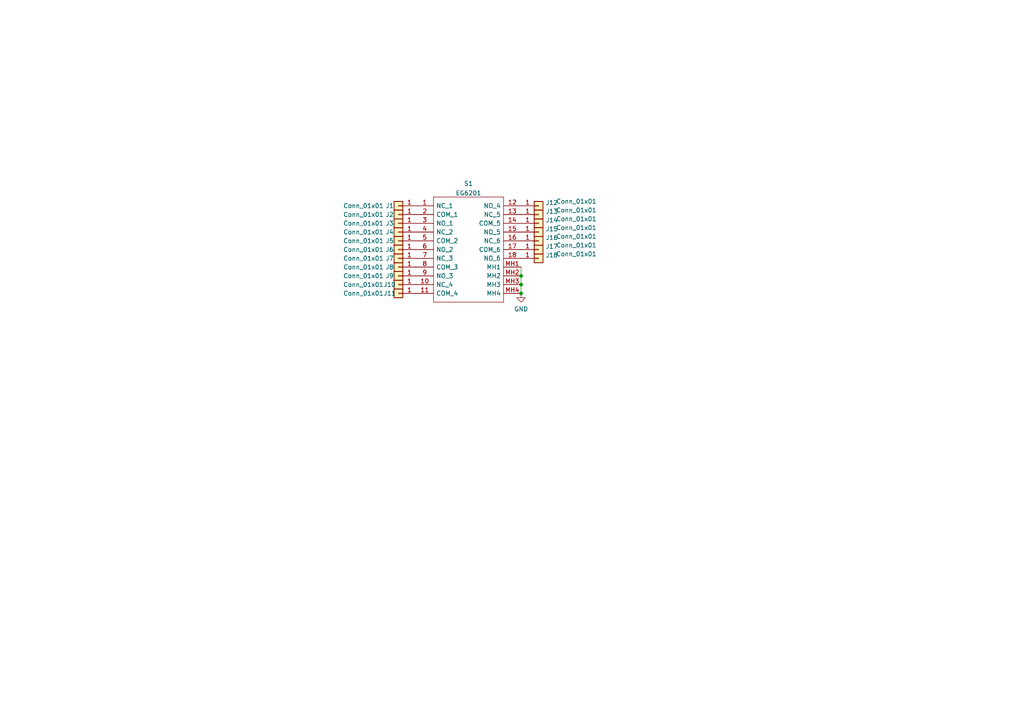
<source format=kicad_sch>
(kicad_sch (version 20211123) (generator eeschema)
  (paper "A4")
  (lib_symbols
    (symbol "Connector_Generic:Conn_01x01" (pin_names (offset 1.016) hide)
      (property "Reference" "J" (at 0 2.54 0))
      (property "Value" "Conn_01x01" (at 0 -2.54 0))
      (symbol "Conn_01x01_1_1"
        (rectangle (start -1.27 0.127) (end 0 -0.127) (stroke (width 0.1524)))
        (rectangle (start -1.27 1.27) (end 1.27 -1.27) (stroke (width 0.254)) (fill (type background)))
        (pin passive line (at -5.08 0 0) (length 3.81) (name "Pin_1") (number "1"))
      )
    )
    (symbol "mouser:EG6201" (pin_names (offset 0.762))
      (property "Reference" "S" (at 26.67 7.62 0))
      (property "Value" "EG6201" (at 26.67 5.08 0))
      (symbol "EG6201_0_0"
        (pin passive line (at 0 0 0) (length 5.08) (name "NC_1") (number "1"))
        (pin passive line (at 0 -22.86 0) (length 5.08) (name "NC_4") (number "10"))
        (pin passive line (at 0 -25.4 0) (length 5.08) (name "COM_4") (number "11"))
        (pin passive line (at 30.48 0 180) (length 5.08) (name "NO_4") (number "12"))
        (pin passive line (at 30.48 -2.54 180) (length 5.08) (name "NC_5") (number "13"))
        (pin passive line (at 30.48 -5.08 180) (length 5.08) (name "COM_5") (number "14"))
        (pin passive line (at 30.48 -7.62 180) (length 5.08) (name "NO_5") (number "15"))
        (pin passive line (at 30.48 -10.16 180) (length 5.08) (name "NC_6") (number "16"))
        (pin passive line (at 30.48 -12.7 180) (length 5.08) (name "COM_6") (number "17"))
        (pin passive line (at 30.48 -15.24 180) (length 5.08) (name "NO_6") (number "18"))
        (pin passive line (at 0 -2.54 0) (length 5.08) (name "COM_1") (number "2"))
        (pin passive line (at 0 -5.08 0) (length 5.08) (name "NO_1") (number "3"))
        (pin passive line (at 0 -7.62 0) (length 5.08) (name "NC_2") (number "4"))
        (pin passive line (at 0 -10.16 0) (length 5.08) (name "COM_2") (number "5"))
        (pin passive line (at 0 -12.7 0) (length 5.08) (name "NO_2") (number "6"))
        (pin passive line (at 0 -15.24 0) (length 5.08) (name "NC_3") (number "7"))
        (pin passive line (at 0 -17.78 0) (length 5.08) (name "COM_3") (number "8"))
        (pin passive line (at 0 -20.32 0) (length 5.08) (name "NO_3") (number "9"))
        (pin passive line (at 30.48 -17.78 180) (length 5.08) (name "MH1") (number "MH1"))
        (pin passive line (at 30.48 -20.32 180) (length 5.08) (name "MH2") (number "MH2"))
        (pin passive line (at 30.48 -22.86 180) (length 5.08) (name "MH3") (number "MH3"))
        (pin passive line (at 30.48 -25.4 180) (length 5.08) (name "MH4") (number "MH4"))
      )
      (symbol "EG6201_0_1"
        (polyline (pts (xy 5.08 2.54) (xy 25.4 2.54) (xy 25.4 -27.94) (xy 5.08 -27.94) (xy 5.08 2.54)) (stroke (width 0.1524)))
      )
    )
    (symbol "power:GND" (power) (pin_names (offset 0))
      (property "Value" "GND" (at 0 -3.81 0))
      (symbol "GND_0_1"
        (polyline (pts (xy 0 0) (xy 0 -1.27) (xy 1.27 -1.27) (xy 0 -2.54) (xy -1.27 -1.27) (xy 0 -1.27)))
      )
      (symbol "GND_1_1"
        (pin power_in line (at 0 0 270) (length 0) hide (name "GND") (number "1"))
      )
    )
  )
  (junction (at 151.13 80.01))
  (junction (at 151.13 82.55))
  (junction (at 151.13 85.09))
  (wire (pts (xy 151.13 82.55) (xy 151.13 85.09)))
  (wire (pts (xy 151.13 80.01) (xy 151.13 82.55)))
  (wire (pts (xy 151.13 77.47) (xy 151.13 80.01)))
  (symbol (lib_id "Connector_Generic:Conn_01x01") (at 156.21 67.31 0) (unit 1)
    (property "Reference" "J15" (at 158.242 66.4015 0) (effects (justify left)))
    (property "Value" "Conn_01x01" (at 161.29 66.04 0) (effects (justify left)))
    (property "Footprint" "Connector_PinHeader_2.54mm:PinHeader_1x01_P2.54mm_Vertical" (effects hide))
  )
  (symbol (lib_id "Connector_Generic:Conn_01x01") (at 156.21 72.39 0) (unit 1)
    (property "Reference" "J17" (at 158.242 71.4815 0) (effects (justify left)))
    (property "Value" "Conn_01x01" (at 161.29 71.12 0) (effects (justify left)))
    (property "Footprint" "Connector_PinHeader_2.54mm:PinHeader_1x01_P2.54mm_Vertical" (effects hide))
  )
  (symbol (lib_id "Connector_Generic:Conn_01x01") (at 115.57 64.77 180) (unit 1)
    (property "Reference" "J3" (at 113.03 64.77 0))
    (property "Value" "Conn_01x01" (at 105.41 64.77 0))
    (property "Footprint" "Connector_PinHeader_2.54mm:PinHeader_1x01_P2.54mm_Vertical" (effects hide))
  )
  (symbol (lib_id "Connector_Generic:Conn_01x01") (at 115.57 59.69 180) (unit 1)
    (property "Reference" "J1" (at 113.03 59.69 0))
    (property "Value" "Conn_01x01" (at 105.41 59.69 0))
    (property "Footprint" "Connector_PinHeader_2.54mm:PinHeader_1x01_P2.54mm_Vertical" (effects hide))
  )
  (symbol (lib_id "Connector_Generic:Conn_01x01") (at 115.57 77.47 180) (unit 1)
    (property "Reference" "J8" (at 113.03 77.47 0))
    (property "Value" "Conn_01x01" (at 105.41 77.47 0))
    (property "Footprint" "Connector_PinHeader_2.54mm:PinHeader_1x01_P2.54mm_Vertical" (effects hide))
  )
  (symbol (lib_id "Connector_Generic:Conn_01x01") (at 115.57 85.09 180) (unit 1)
    (property "Reference" "J11" (at 113.03 85.09 0))
    (property "Value" "Conn_01x01" (at 105.41 85.09 0))
    (property "Footprint" "Connector_PinHeader_2.54mm:PinHeader_1x01_P2.54mm_Vertical" (effects hide))
  )
  (symbol (lib_id "Connector_Generic:Conn_01x01") (at 115.57 67.31 180) (unit 1)
    (property "Reference" "J4" (at 113.03 67.31 0))
    (property "Value" "Conn_01x01" (at 105.41 67.31 0))
    (property "Footprint" "Connector_PinHeader_2.54mm:PinHeader_1x01_P2.54mm_Vertical" (effects hide))
  )
  (symbol (lib_id "Connector_Generic:Conn_01x01") (at 156.21 64.77 0) (unit 1)
    (property "Reference" "J14" (at 158.242 63.8615 0) (effects (justify left)))
    (property "Value" "Conn_01x01" (at 161.29 63.5 0) (effects (justify left)))
    (property "Footprint" "Connector_PinHeader_2.54mm:PinHeader_1x01_P2.54mm_Vertical" (effects hide))
  )
  (symbol (lib_id "Connector_Generic:Conn_01x01") (at 156.21 69.85 0) (unit 1)
    (property "Reference" "J16" (at 158.242 68.9415 0) (effects (justify left)))
    (property "Value" "Conn_01x01" (at 161.29 68.58 0) (effects (justify left)))
    (property "Footprint" "Connector_PinHeader_2.54mm:PinHeader_1x01_P2.54mm_Vertical" (effects hide))
  )
  (symbol (lib_id "Connector_Generic:Conn_01x01") (at 115.57 74.93 180) (unit 1)
    (property "Reference" "J7" (at 113.03 74.93 0))
    (property "Value" "Conn_01x01" (at 105.41 74.93 0))
    (property "Footprint" "Connector_PinHeader_2.54mm:PinHeader_1x01_P2.54mm_Vertical" (effects hide))
  )
  (symbol (lib_id "Connector_Generic:Conn_01x01") (at 115.57 72.39 180) (unit 1)
    (property "Reference" "J6" (at 113.03 72.39 0))
    (property "Value" "Conn_01x01" (at 105.41 72.39 0))
    (property "Footprint" "Connector_PinHeader_2.54mm:PinHeader_1x01_P2.54mm_Vertical" (effects hide))
  )
  (symbol (lib_id "mouser:EG6201") (at 120.65 59.69 0) (unit 1)
    (property "Reference" "S1" (at 135.89 53.2343 0))
    (property "Value" "EG6201" (at 135.89 56.0094 0))
    (property "Footprint" "Evan's misc parts:EG6201" (effects hide))
    (property "Datasheet" "https://componentsearchengine.com/Datasheets/1/EG6201.pdf" (effects hide))
    (property "Description" "Slide Switches 6P2T R/A PC MOUNT" (effects hide))
    (property "Height" "5" (effects hide))
    (property "Mouser Part Number" "612-EG6201" (effects hide))
    (property "Mouser Price/Stock" "https://www.mouser.co.uk/ProductDetail/E-Switch/EG6201?qs=01kh3H%252BlXiizj3n5UHq3%2FA%3D%3D" (effects hide))
    (property "Manufacturer_Name" "E-Switch" (effects hide))
    (property "Manufacturer_Part_Number" "EG6201" (effects hide))
  )
  (symbol (lib_id "Connector_Generic:Conn_01x01") (at 115.57 62.23 180) (unit 1)
    (property "Reference" "J2" (at 113.03 62.23 0))
    (property "Value" "Conn_01x01" (at 105.41 62.23 0))
    (property "Footprint" "Connector_PinHeader_2.54mm:PinHeader_1x01_P2.54mm_Vertical" (effects hide))
  )
  (symbol (lib_id "Connector_Generic:Conn_01x01") (at 115.57 82.55 180) (unit 1)
    (property "Reference" "J10" (at 113.03 82.55 0))
    (property "Value" "Conn_01x01" (at 105.41 82.55 0))
    (property "Footprint" "Connector_PinHeader_2.54mm:PinHeader_1x01_P2.54mm_Vertical" (effects hide))
  )
  (symbol (lib_id "Connector_Generic:Conn_01x01") (at 115.57 80.01 180) (unit 1)
    (property "Reference" "J9" (at 113.03 80.01 0))
    (property "Value" "Conn_01x01" (at 105.41 80.01 0))
    (property "Footprint" "Connector_PinHeader_2.54mm:PinHeader_1x01_P2.54mm_Vertical" (effects hide))
  )
  (symbol (lib_id "Connector_Generic:Conn_01x01") (at 156.21 62.23 0) (unit 1)
    (property "Reference" "J13" (at 158.242 61.3215 0) (effects (justify left)))
    (property "Value" "Conn_01x01" (at 161.29 60.96 0) (effects (justify left)))
    (property "Footprint" "Connector_PinHeader_2.54mm:PinHeader_1x01_P2.54mm_Vertical" (effects hide))
  )
  (symbol (lib_id "Connector_Generic:Conn_01x01") (at 156.21 59.69 0) (unit 1)
    (property "Reference" "J12" (at 158.242 58.7815 0) (effects (justify left)))
    (property "Value" "Conn_01x01" (at 161.29 58.42 0) (effects (justify left)))
    (property "Footprint" "Connector_PinHeader_2.54mm:PinHeader_1x01_P2.54mm_Vertical" (effects hide))
  )
  (symbol (lib_id "Connector_Generic:Conn_01x01") (at 115.57 69.85 180) (unit 1)
    (property "Reference" "J5" (at 113.03 69.85 0))
    (property "Value" "Conn_01x01" (at 105.41 69.85 0))
    (property "Footprint" "Connector_PinHeader_2.54mm:PinHeader_1x01_P2.54mm_Vertical" (effects hide))
  )
  (symbol (lib_id "power:GND") (at 151.13 85.09 0) (unit 1)
    (property "Reference" "#PWR0101" (effects hide))
    (property "Value" "GND" (at 151.13 89.6525 0))
  )
  (symbol (lib_id "Connector_Generic:Conn_01x01") (at 156.21 74.93 0) (unit 1)
    (property "Reference" "J18" (at 158.242 74.0215 0) (effects (justify left)))
    (property "Value" "Conn_01x01" (at 161.29 73.66 0) (effects (justify left)))
    (property "Footprint" "Connector_PinHeader_2.54mm:PinHeader_1x01_P2.54mm_Vertical" (effects hide))
  )
)
</source>
